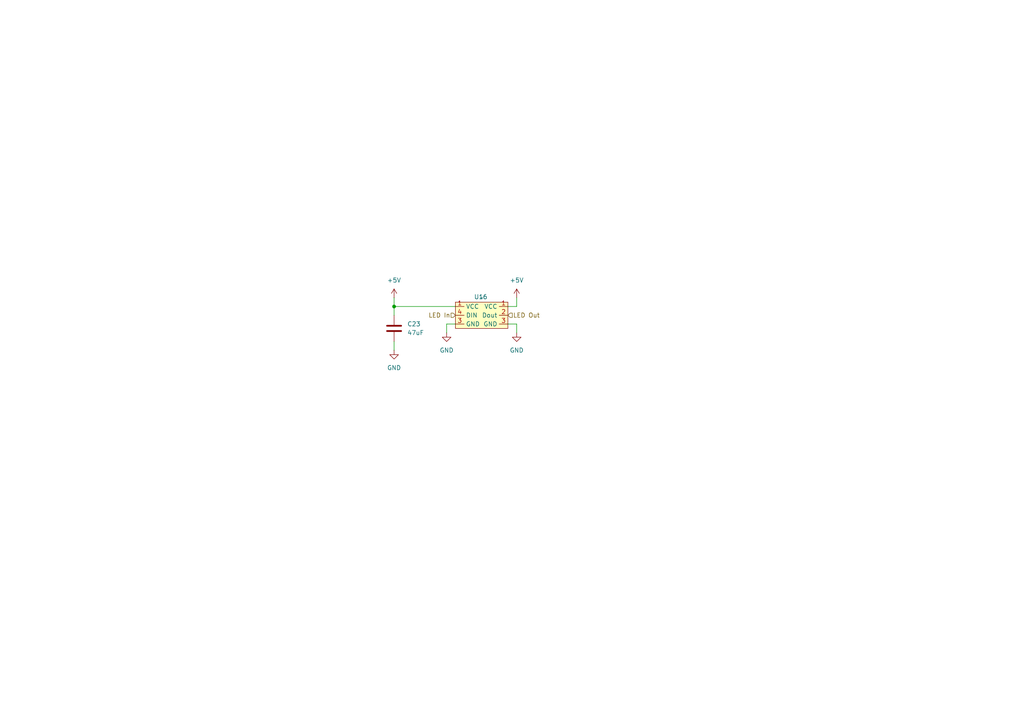
<source format=kicad_sch>
(kicad_sch (version 20231120) (generator "eeschema") (generator_version "8.0")
  (paper "A4")
  (lib_symbols
    (symbol "6028_Reverse_Mount_Addressable_LED:6028_Reverse_Mount"
      (property "Reference" "U" (at 0 5.334 0))
      (symbol "6028_Reverse_Mount_1_1"
        (rectangle (start -7.62 3.81) (end 7.62 -3.81) (fill (type background)))
        (pin power_in line (at -7.62 2.54 0) (length 2.54) (name "VCC") (number "1"))
        (pin power_out line (at 7.62 2.54 180) (length 2.54) (name "VCC") (number "1"))
        (pin output line (at 7.62 0 180) (length 2.54) (name "Dout") (number "2"))
        (pin power_in line (at -7.62 -2.54 0) (length 2.54) (name "GND") (number "3"))
        (pin power_out line (at 7.62 -2.54 180) (length 2.54) (name "GND") (number "3"))
        (pin input line (at -7.62 0 0) (length 2.54) (name "DIN") (number "4"))
      )
    )
    (symbol "Device:C" (pin_numbers hide) (pin_names (offset 0.254))
      (property "Reference" "C" (at 0.635 2.54 0))
      (property "Value" "C" (at 0.635 -2.54 0))
      (symbol "C_0_1"
        (polyline (pts (xy -2.032 -0.762) (xy 2.032 -0.762)) (stroke (width 0.508)))
        (polyline (pts (xy -2.032 0.762) (xy 2.032 0.762)) (stroke (width 0.508)))
      )
      (symbol "C_1_1"
        (pin passive line (at 0 3.81 270) (length 2.794) (name "~") (number "1"))
        (pin passive line (at 0 -3.81 90) (length 2.794) (name "~") (number "2"))
      )
    )
    (symbol "power:+5V" (power) (pin_numbers hide) (pin_names (offset 0) hide)
      (property "Value" "+5V" (at 0 3.556 0))
      (symbol "+5V_0_1"
        (polyline (pts (xy -0.762 1.27) (xy 0 2.54)))
        (polyline (pts (xy 0 0) (xy 0 2.54)))
        (polyline (pts (xy 0 2.54) (xy 0.762 1.27)))
      )
      (symbol "+5V_1_1"
        (pin power_in line (at 0 0 90) (length 0) (name "~") (number "1"))
      )
    )
    (symbol "power:GND" (power) (pin_numbers hide) (pin_names (offset 0) hide)
      (property "Value" "GND" (at 0 -3.81 0))
      (symbol "GND_0_1"
        (polyline (pts (xy 0 0) (xy 0 -1.27) (xy 1.27 -1.27) (xy 0 -2.54) (xy -1.27 -1.27) (xy 0 -1.27)))
      )
      (symbol "GND_1_1"
        (pin power_in line (at 0 0 270) (length 0) (name "~") (number "1"))
      )
    )
  )
  (junction (at 114.3 88.9))
  (wire (pts (xy 129.54 96.52) (xy 129.54 93.98)))
  (wire (pts (xy 114.3 88.9) (xy 132.08 88.9)))
  (wire (pts (xy 114.3 88.9) (xy 114.3 91.44)))
  (wire (pts (xy 147.32 93.98) (xy 149.86 93.98)))
  (wire (pts (xy 114.3 99.06) (xy 114.3 101.6)))
  (wire (pts (xy 149.86 88.9) (xy 149.86 86.36)))
  (wire (pts (xy 147.32 88.9) (xy 149.86 88.9)))
  (wire (pts (xy 149.86 93.98) (xy 149.86 96.52)))
  (wire (pts (xy 114.3 86.36) (xy 114.3 88.9)))
  (wire (pts (xy 129.54 93.98) (xy 132.08 93.98)))
  (hierarchical_label "LED In" (shape input) (at 132.08 91.44 180))
  (hierarchical_label "LED Out" (shape input) (at 147.32 91.44 0))
  (symbol (lib_id "power:GND") (at 114.3 101.6 0) (unit 1)
    (property "Reference" "#PWR0112" (effects (hide yes)))
    (property "Value" "GND" (at 114.3 106.68 0))
    (property "Description" "Power symbol creates a global label with name \"GND\" , ground" (effects (hide yes)))
    (instances (project "Macro Mixer" (path "" (reference "#PWR0112") (unit 1)) (path "" (reference "#PWR0119") (unit 1)) (path "" (reference "#PWR0140") (unit 1)) (path "" (reference "#PWR079") (unit 1)) (path "" (reference "#PWR0154") (unit 1)) (path "" (reference "#PWR098") (unit 1)) (path "" (reference "#PWR044") (unit 1)) (path "" (reference "#PWR0105") (unit 1)) (path "" (reference "#PWR051") (unit 1)) (path "" (reference "#PWR093") (unit 1)) (path "" (reference "#PWR0168") (unit 1)) (path "" (reference "#PWR065") (unit 1)) (path "" (reference "#PWR072") (unit 1)) (path "" (reference "#PWR037") (unit 1)) (path "" (reference "#PWR058") (unit 1)) (path "" (reference "#PWR0161") (unit 1)) (path "" (reference "#PWR086") (unit 1)) (path "" (reference "#PWR0126") (unit 1)) (path "" (reference "#PWR0133") (unit 1)) (path "" (reference "#PWR030") (unit 1)) (path "" (reference "#PWR0147") (unit 1))))
  )
  (symbol (lib_id "power:+5V") (at 149.86 86.36 0) (unit 1)
    (property "Reference" "#PWR0114" (effects (hide yes)))
    (property "Value" "+5V" (at 149.86 81.28 0))
    (property "Description" "Power symbol creates a global label with name \"+5V\"" (effects (hide yes)))
    (instances (project "Macro Mixer" (path "" (reference "#PWR0114") (unit 1)) (path "" (reference "#PWR0121") (unit 1)) (path "" (reference "#PWR0142") (unit 1)) (path "" (reference "#PWR081") (unit 1)) (path "" (reference "#PWR0156") (unit 1)) (path "" (reference "#PWR0100") (unit 1)) (path "" (reference "#PWR046") (unit 1)) (path "" (reference "#PWR0107") (unit 1)) (path "" (reference "#PWR053") (unit 1)) (path "" (reference "#PWR095") (unit 1)) (path "" (reference "#PWR0170") (unit 1)) (path "" (reference "#PWR067") (unit 1)) (path "" (reference "#PWR074") (unit 1)) (path "" (reference "#PWR039") (unit 1)) (path "" (reference "#PWR060") (unit 1)) (path "" (reference "#PWR0163") (unit 1)) (path "" (reference "#PWR088") (unit 1)) (path "" (reference "#PWR0128") (unit 1)) (path "" (reference "#PWR0135") (unit 1)) (path "" (reference "#PWR032") (unit 1)) (path "" (reference "#PWR0149") (unit 1))))
  )
  (symbol (lib_id "power:+5V") (at 114.3 86.36 0) (unit 1)
    (property "Reference" "#PWR0111" (effects (hide yes)))
    (property "Value" "+5V" (at 114.3 81.28 0))
    (property "Description" "Power symbol creates a global label with name \"+5V\"" (effects (hide yes)))
    (instances (project "Macro Mixer" (path "" (reference "#PWR0111") (unit 1)) (path "" (reference "#PWR0118") (unit 1)) (path "" (reference "#PWR0139") (unit 1)) (path "" (reference "#PWR078") (unit 1)) (path "" (reference "#PWR0153") (unit 1)) (path "" (reference "#PWR097") (unit 1)) (path "" (reference "#PWR043") (unit 1)) (path "" (reference "#PWR0104") (unit 1)) (path "" (reference "#PWR050") (unit 1)) (path "" (reference "#PWR092") (unit 1)) (path "" (reference "#PWR0167") (unit 1)) (path "" (reference "#PWR064") (unit 1)) (path "" (reference "#PWR071") (unit 1)) (path "" (reference "#PWR036") (unit 1)) (path "" (reference "#PWR057") (unit 1)) (path "" (reference "#PWR0160") (unit 1)) (path "" (reference "#PWR085") (unit 1)) (path "" (reference "#PWR0125") (unit 1)) (path "" (reference "#PWR0132") (unit 1)) (path "" (reference "#PWR029") (unit 1)) (path "" (reference "#PWR0146") (unit 1))))
  )
  (symbol (lib_id "6028_Reverse_Mount_Addressable_LED:6028_Reverse_Mount") (at 139.7 91.44 0) (unit 1)
    (property "Reference" "U16" (at 139.446 86.106 0))
    (property "Value" "~" (at 139.7 86.36 0))
    (property "Footprint" "6028_Reverse_Mount_LED_Addressable:6028_Reverse_Mount" (effects (hide yes)))
    (instances (project "Macro Mixer" (path "" (reference "U16") (unit 1)) (path "" (reference "U17") (unit 1)) (path "" (reference "U20") (unit 1)) (path "" (reference "U11") (unit 1)) (path "" (reference "U22") (unit 1)) (path "" (reference "U14") (unit 1)) (path "" (reference "U6") (unit 1)) (path "" (reference "U15") (unit 1)) (path "" (reference "U7") (unit 1)) (path "" (reference "U13") (unit 1)) (path "" (reference "U24") (unit 1)) (path "" (reference "U9") (unit 1)) (path "" (reference "U10") (unit 1)) (path "" (reference "U5") (unit 1)) (path "" (reference "U8") (unit 1)) (path "" (reference "U23") (unit 1)) (path "" (reference "U12") (unit 1)) (path "" (reference "U18") (unit 1)) (path "" (reference "U19") (unit 1)) (path "" (reference "U4") (unit 1)) (path "" (reference "U21") (unit 1))))
  )
  (symbol (lib_id "power:GND") (at 149.86 96.52 0) (unit 1)
    (property "Reference" "#PWR0115" (effects (hide yes)))
    (property "Value" "GND" (at 149.86 101.6 0))
    (property "Description" "Power symbol creates a global label with name \"GND\" , ground" (effects (hide yes)))
    (instances (project "Macro Mixer" (path "" (reference "#PWR0115") (unit 1)) (path "" (reference "#PWR0122") (unit 1)) (path "" (reference "#PWR0143") (unit 1)) (path "" (reference "#PWR082") (unit 1)) (path "" (reference "#PWR0157") (unit 1)) (path "" (reference "#PWR0101") (unit 1)) (path "" (reference "#PWR047") (unit 1)) (path "" (reference "#PWR0108") (unit 1)) (path "" (reference "#PWR054") (unit 1)) (path "" (reference "#PWR096") (unit 1)) (path "" (reference "#PWR0171") (unit 1)) (path "" (reference "#PWR068") (unit 1)) (path "" (reference "#PWR075") (unit 1)) (path "" (reference "#PWR040") (unit 1)) (path "" (reference "#PWR061") (unit 1)) (path "" (reference "#PWR0164") (unit 1)) (path "" (reference "#PWR089") (unit 1)) (path "" (reference "#PWR0129") (unit 1)) (path "" (reference "#PWR0136") (unit 1)) (path "" (reference "#PWR033") (unit 1)) (path "" (reference "#PWR0150") (unit 1))))
  )
  (symbol (lib_id "power:GND") (at 129.54 96.52 0) (unit 1)
    (property "Reference" "#PWR0113" (effects (hide yes)))
    (property "Value" "GND" (at 129.54 101.6 0))
    (property "Description" "Power symbol creates a global label with name \"GND\" , ground" (effects (hide yes)))
    (instances (project "Macro Mixer" (path "" (reference "#PWR0113") (unit 1)) (path "" (reference "#PWR0120") (unit 1)) (path "" (reference "#PWR0141") (unit 1)) (path "" (reference "#PWR080") (unit 1)) (path "" (reference "#PWR0155") (unit 1)) (path "" (reference "#PWR099") (unit 1)) (path "" (reference "#PWR045") (unit 1)) (path "" (reference "#PWR0106") (unit 1)) (path "" (reference "#PWR052") (unit 1)) (path "" (reference "#PWR094") (unit 1)) (path "" (reference "#PWR0169") (unit 1)) (path "" (reference "#PWR066") (unit 1)) (path "" (reference "#PWR073") (unit 1)) (path "" (reference "#PWR038") (unit 1)) (path "" (reference "#PWR059") (unit 1)) (path "" (reference "#PWR0162") (unit 1)) (path "" (reference "#PWR087") (unit 1)) (path "" (reference "#PWR0127") (unit 1)) (path "" (reference "#PWR0134") (unit 1)) (path "" (reference "#PWR031") (unit 1)) (path "" (reference "#PWR0148") (unit 1))))
  )
  (symbol (lib_id "Device:C") (at 114.3 95.25 0) (unit 1)
    (property "Reference" "C23" (at 118.11 93.9799 0) (effects (justify left)))
    (property "Value" "47uF" (at 118.11 96.5199 0) (effects (justify left)))
    (property "Footprint" "Capacitor_SMD:C_0603_1608Metric" (effects (hide yes)))
    (property "Description" "Unpolarized capacitor" (effects (hide yes)))
    (instances (project "Macro Mixer" (path "" (reference "C23") (unit 1)) (path "" (reference "C24") (unit 1)) (path "" (reference "C27") (unit 1)) (path "" (reference "C18") (unit 1)) (path "" (reference "C29") (unit 1)) (path "" (reference "C21") (unit 1)) (path "" (reference "C13") (unit 1)) (path "" (reference "C22") (unit 1)) (path "" (reference "C14") (unit 1)) (path "" (reference "C20") (unit 1)) (path "" (reference "C31") (unit 1)) (path "" (reference "C16") (unit 1)) (path "" (reference "C17") (unit 1)) (path "" (reference "C12") (unit 1)) (path "" (reference "C15") (unit 1)) (path "" (reference "C30") (unit 1)) (path "" (reference "C19") (unit 1)) (path "" (reference "C25") (unit 1)) (path "" (reference "C26") (unit 1)) (path "" (reference "C11") (unit 1)) (path "" (reference "C28") (unit 1))))
  )
)
</source>
